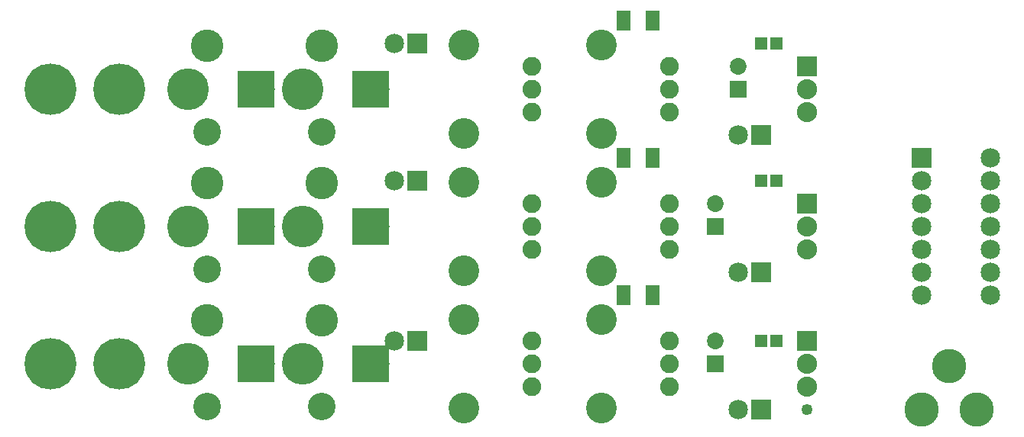
<source format=gts>
G04 MADE WITH FRITZING*
G04 WWW.FRITZING.ORG*
G04 DOUBLE SIDED*
G04 HOLES PLATED*
G04 CONTOUR ON CENTER OF CONTOUR VECTOR*
%ASAXBY*%
%FSLAX23Y23*%
%MOIN*%
%OFA0B0*%
%SFA1.0B1.0*%
%ADD10C,0.085000*%
%ADD11C,0.081889*%
%ADD12C,0.081917*%
%ADD13C,0.134033*%
%ADD14C,0.225000*%
%ADD15C,0.088000*%
%ADD16C,0.072992*%
%ADD17C,0.158000*%
%ADD18C,0.142000*%
%ADD19C,0.120000*%
%ADD20C,0.182000*%
%ADD21C,0.049370*%
%ADD22C,0.150000*%
%ADD23R,0.085000X0.085000*%
%ADD24R,0.088000X0.088000*%
%ADD25R,0.072992X0.072992*%
%ADD26R,0.160000X0.160000*%
%ADD27R,0.059208X0.088736*%
%ADD28R,0.059222X0.088736*%
%ADD29R,0.057244X0.053307*%
%LNMASK1*%
G90*
G70*
G54D10*
X4102Y1361D03*
X4402Y1361D03*
X4102Y1261D03*
X4402Y1261D03*
X4102Y1161D03*
X4402Y1161D03*
X4102Y1061D03*
X4402Y1061D03*
X4102Y961D03*
X4402Y961D03*
X4102Y861D03*
X4402Y861D03*
X4102Y761D03*
X4402Y761D03*
G54D11*
X3002Y361D03*
X3002Y461D03*
G54D12*
X3002Y561D03*
G54D13*
X2706Y266D03*
X2706Y655D03*
G54D11*
X2402Y361D03*
X2402Y461D03*
G54D12*
X2402Y561D03*
G54D13*
X2106Y266D03*
X2106Y655D03*
G54D11*
X3002Y961D03*
X3002Y1061D03*
G54D12*
X3002Y1161D03*
G54D13*
X2706Y866D03*
X2706Y1255D03*
G54D11*
X2402Y961D03*
X2402Y1061D03*
G54D12*
X2402Y1161D03*
G54D13*
X2106Y866D03*
X2106Y1255D03*
G54D11*
X2402Y1561D03*
X2402Y1661D03*
G54D12*
X2402Y1761D03*
G54D13*
X2106Y1466D03*
X2106Y1855D03*
G54D11*
X3002Y1561D03*
X3002Y1661D03*
G54D12*
X3002Y1761D03*
G54D13*
X2706Y1466D03*
X2706Y1855D03*
G54D14*
X602Y461D03*
X602Y461D03*
X602Y1061D03*
X602Y1061D03*
X602Y1661D03*
X602Y1661D03*
G54D15*
X3602Y1761D03*
X3602Y1661D03*
X3602Y1561D03*
X3602Y1161D03*
X3602Y1061D03*
X3602Y961D03*
X3602Y561D03*
X3602Y461D03*
X3602Y361D03*
G54D16*
X3302Y1662D03*
X3302Y1761D03*
X3202Y1062D03*
X3202Y1161D03*
X3202Y462D03*
X3202Y561D03*
G54D17*
X1202Y1061D03*
G54D18*
X987Y1249D03*
G54D19*
X987Y873D03*
G54D20*
X902Y1061D03*
G54D17*
X1202Y1661D03*
G54D18*
X987Y1849D03*
G54D19*
X987Y1473D03*
G54D20*
X902Y1661D03*
G54D17*
X1702Y1661D03*
G54D18*
X1487Y1849D03*
G54D19*
X1487Y1473D03*
G54D20*
X1402Y1661D03*
G54D17*
X1202Y461D03*
G54D18*
X987Y649D03*
G54D19*
X987Y273D03*
G54D20*
X902Y461D03*
G54D10*
X3402Y1461D03*
X3302Y1461D03*
G54D17*
X1702Y1061D03*
G54D18*
X1487Y1249D03*
G54D19*
X1487Y873D03*
G54D20*
X1402Y1061D03*
G54D17*
X1702Y461D03*
G54D18*
X1487Y649D03*
G54D19*
X1487Y273D03*
G54D20*
X1402Y461D03*
G54D10*
X3402Y861D03*
X3302Y861D03*
X3402Y261D03*
X3302Y261D03*
X1902Y1861D03*
X1802Y1861D03*
X1902Y1261D03*
X1802Y1261D03*
X1902Y561D03*
X1802Y561D03*
G54D14*
X302Y1661D03*
X302Y1661D03*
X302Y1061D03*
X302Y1061D03*
X302Y461D03*
X302Y461D03*
G54D21*
X3602Y261D03*
G54D22*
X4342Y261D03*
X4102Y261D03*
X4222Y451D03*
X4342Y261D03*
X4102Y261D03*
X4222Y451D03*
G54D23*
X4102Y1361D03*
G54D24*
X3602Y1761D03*
X3602Y1161D03*
X3602Y561D03*
G54D25*
X3302Y1662D03*
X3202Y1062D03*
X3202Y462D03*
G54D26*
X1201Y1061D03*
X1201Y1661D03*
X1701Y1661D03*
X1201Y461D03*
G54D27*
X2802Y1961D03*
G54D28*
X2930Y1961D03*
G54D27*
X2802Y761D03*
G54D28*
X2930Y761D03*
G54D27*
X2802Y1361D03*
G54D28*
X2930Y1361D03*
G54D29*
X3402Y1861D03*
X3469Y1861D03*
X3402Y561D03*
X3469Y561D03*
X3402Y1261D03*
X3469Y1261D03*
G54D23*
X3402Y1461D03*
G54D26*
X1701Y1061D03*
X1701Y461D03*
G54D23*
X3402Y861D03*
X3402Y261D03*
X1902Y1861D03*
X1902Y1261D03*
X1902Y561D03*
G04 End of Mask1*
M02*
</source>
